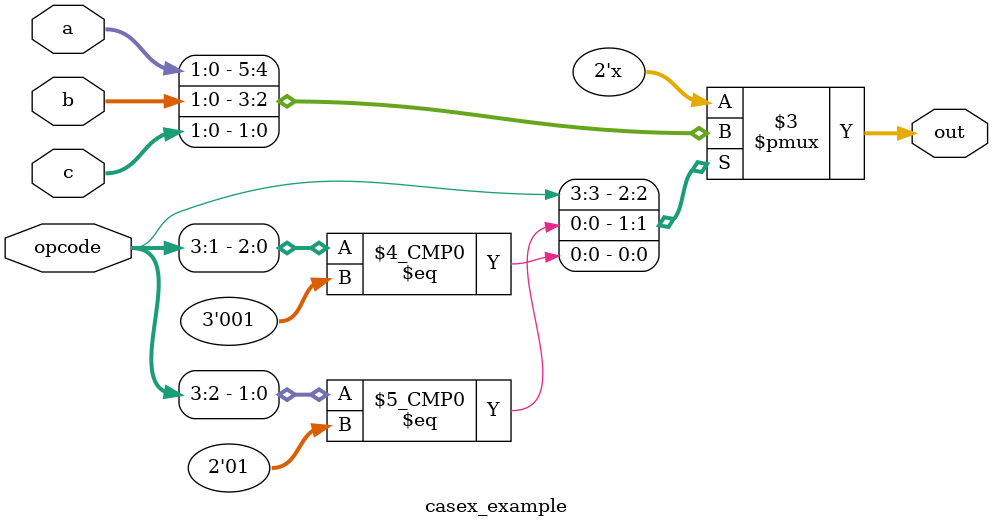
<source format=v>
module casex_example (
  opcode,
  a, b, c, out
);

input [3:0] opcode;
input [1:0] a,b,c;
output [1:0] out;
reg [1:0] out;

always @(opcode or a or b or c)
  casex (opcode)
    // Bit 0 is matched with "x"
    4'b1zzx: out = a; // Don't care 3:0 bits
    4'b01??: out = b; // The ? is same as z in a number
    4'b001?: out = c;
    default: $display("Error xxxx does matches 0000");
  endcase

endmodule // casex_example
</source>
